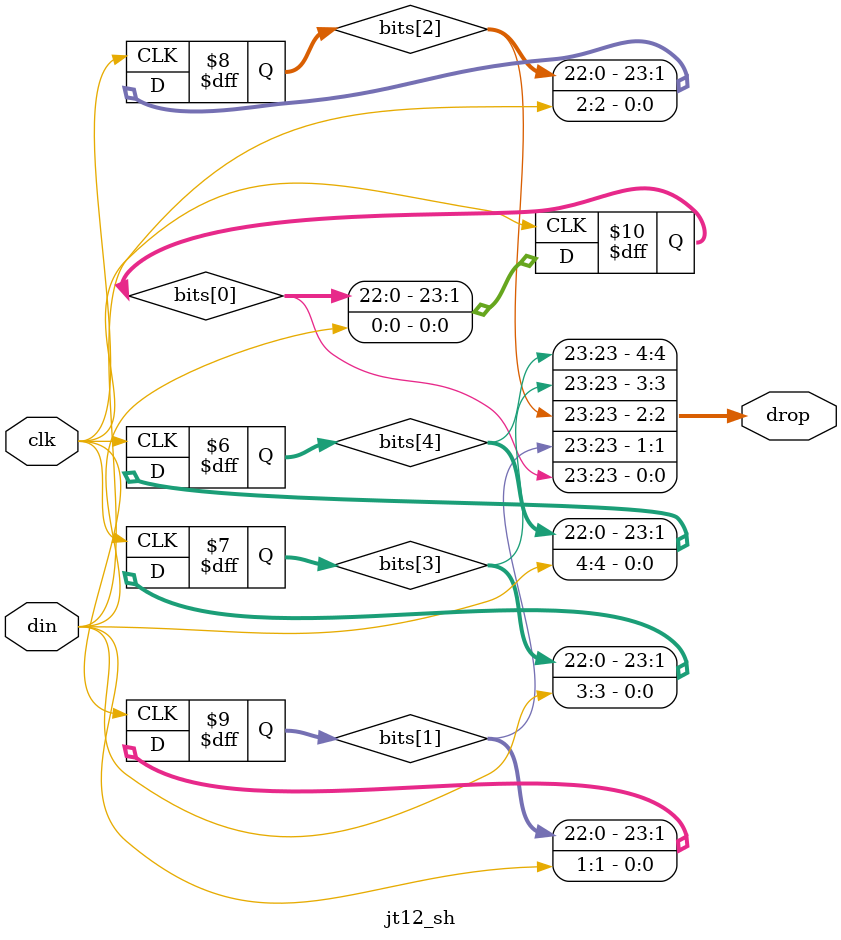
<source format=v>
/*  This file is part of JT12.

    JT12 is free software: you can redistribute it and/or modify
    it under the terms of the GNU General Public License as published by
    the Free Software Foundation, either version 3 of the License, or
    (at your option) any later version.

    JT12 is distributed in the hope that it will be useful,
    but WITHOUT ANY WARRANTY; without even the implied warranty of
    MERCHANTABILITY or FITNESS FOR A PARTICULAR PURPOSE.  See the
    GNU General Public License for more details.

    You should have received a copy of the GNU General Public License
    along with JT12.  If not, see <http://www.gnu.org/licenses/>.

	Author: Jose Tejada Gomez. Twitter: @topapate
	Version: 1.0
	Date: 1-31-2017
	*/

`timescale 1ns / 1ps

module jt12_sh #(parameter width=5, stages=24 )
(
	input 							clk,
	input		[width-1:0]			din,
   	output		[width-1:0]			drop
);

reg [stages-1:0] bits[width-1:0];

genvar i;
generate
	for (i=0; i < width; i=i+1) begin: bit_shifter
		always @(posedge clk) begin
			if( stages> 1 )
				bits[i] <= {bits[i][stages-2:0], din[i]};
			else
				bits[i] <= din[i];
		end
		assign drop[i] = bits[i][stages-1];
	end
endgenerate

endmodule

</source>
